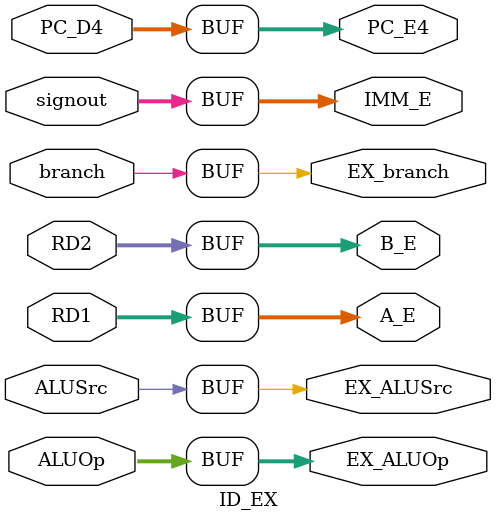
<source format=v>
module ID_EX(PC_D4, RD1, RD2, signout, ALUSrc, ALUOp, branch, PC_E4, A_E, B_E, IMM_E, EX_ALUSrc, EX_ALUOp, EX_branch);

    input [31:0] PC_D4;
    input [31:0] RD1;
    input [31:0] RD2;
    input [31:0] signout;
    input ALUSrc;
    input [1:0] ALUOp;
    input branch;

    output reg [31:0] PC_E4;
    output reg [31:0] A_E;
    output reg [31:0] B_E;
    output reg [31:0] IMM_E;
    output reg EX_ALUSrc;
    output reg [1:0] EX_ALUOp;
    output reg EX_branch;
    



    always @(*) begin
        PC_E4 <= PC_D4;
        A_E <= RD1;
        B_E <= RD2;
        IMM_E <= signout;
        EX_ALUSrc <= ALUSrc;
        EX_ALUOp <= ALUOp;
        EX_branch <= branch;
    end


endmodule
</source>
